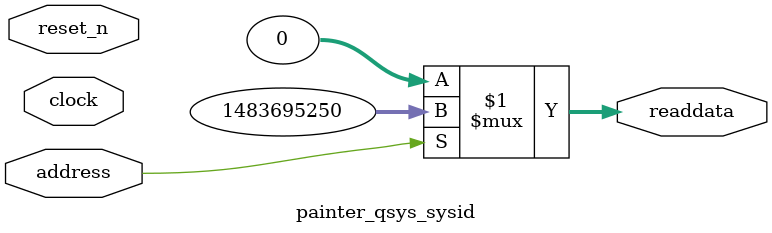
<source format=v>



// synthesis translate_off
`timescale 1ns / 1ps
// synthesis translate_on

// turn off superfluous verilog processor warnings 
// altera message_level Level1 
// altera message_off 10034 10035 10036 10037 10230 10240 10030 

module painter_qsys_sysid (
               // inputs:
                address,
                clock,
                reset_n,

               // outputs:
                readdata
             )
;

  output  [ 31: 0] readdata;
  input            address;
  input            clock;
  input            reset_n;

  wire    [ 31: 0] readdata;
  //control_slave, which is an e_avalon_slave
  assign readdata = address ? 1483695250 : 0;

endmodule



</source>
